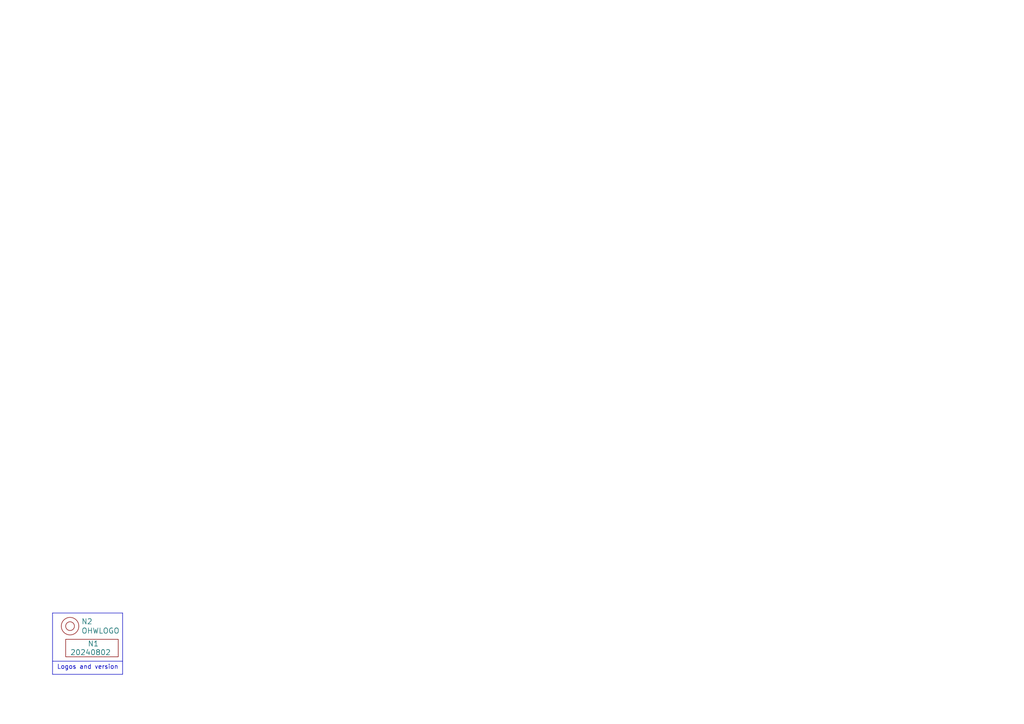
<source format=kicad_sch>
(kicad_sch (version 20231120) (generator "eeschema") (generator_version "8.0")
  (paper "A4")
  (lib_symbols
    (symbol "SquantorLabels:OHWLOGO" (pin_names (offset 1.016))
      (property "Reference" "N" (at 0 3.81 0))
      (property "Value" "OHWLOGO" (at 0 -3.81 0))
      (symbol "OHWLOGO_0_1"
        (circle (center 0 0) (radius 1.27))
        (circle (center 0 0) (radius 2.54))
      )
    )
    (symbol "SquantorLabels:VYYYYMMDD" (pin_names (offset 1.016))
      (property "Reference" "N" (at 0 2.54 0))
      (property "Value" "VYYYYMMDD" (at 0 0 0))
      (symbol "VYYYYMMDD_0_1"
        (rectangle (start 7.62 -1.27) (end -7.62 3.81))
      )
    )
  )
  (polyline (pts (xy 15.24 177.8) (xy 15.24 195.58)))
  (polyline (pts (xy 35.56 177.8) (xy 15.24 177.8)))
  (polyline (pts (xy 35.56 195.58) (xy 35.56 177.8)))
  (polyline (pts (xy 15.24 195.58) (xy 35.56 195.58)))
  (polyline (pts (xy 15.24 191.77) (xy 35.56 191.77)))
  (text "Logos and version" (at 16.51 194.31 0) (effects (font (size 1.27 1.27)) (justify left bottom)))
  (symbol (lib_id "SquantorLabels:VYYYYMMDD") (at 26.67 189.23 0) (unit 1)
    (property "Reference" "N1" (at 25.4 186.69 0) (effects (font (size 1.524 1.524)) (justify left)))
    (property "Value" "20240802" (at 20.32 189.23 0) (effects (font (size 1.524 1.524)) (justify left)))
    (property "Footprint" "SquantorLabels:Label_Generic" (effects (hide yes)))
  )
  (symbol (lib_id "SquantorLabels:OHWLOGO") (at 20.32 181.61 0) (unit 1)
    (property "Reference" "N2" (at 23.5712 180.2638 0) (effects (font (size 1.524 1.524)) (justify left)))
    (property "Value" "OHWLOGO" (at 23.5712 182.9562 0) (effects (font (size 1.524 1.524)) (justify left)))
    (property "Footprint" "Symbol:OSHW-Symbol_6.7x6mm_SilkScreen" (effects (hide yes)))
  )
)
</source>
